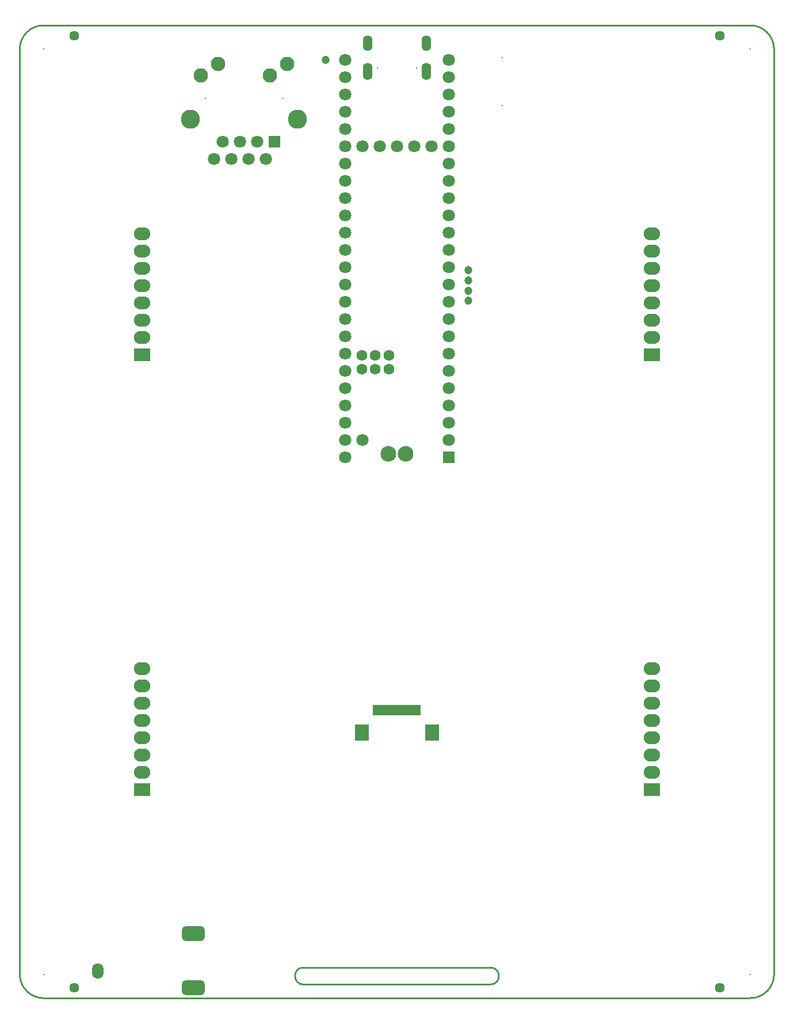
<source format=gbs>
G04*
G04 #@! TF.GenerationSoftware,Altium Limited,Altium Designer,22.2.1 (43)*
G04*
G04 Layer_Color=16711935*
%FSLAX44Y44*%
%MOMM*%
G71*
G04*
G04 #@! TF.SameCoordinates,1638434B-95A0-431D-8215-D8E3F3AE7B07*
G04*
G04*
G04 #@! TF.FilePolarity,Negative*
G04*
G01*
G75*
%ADD10C,0.2540*%
%ADD85C,2.3032*%
%ADD86C,1.6032*%
%ADD87C,1.8032*%
%ADD88R,1.8032X1.8032*%
%ADD89C,1.2032*%
%ADD90O,2.4032X1.9032*%
%ADD91R,2.4032X1.9032*%
%ADD92C,1.4480*%
%ADD93C,0.2032*%
%ADD94O,1.4032X2.3032*%
%ADD95O,1.4032X2.5032*%
%ADD96O,1.7032X2.3032*%
%ADD97C,2.8032*%
%ADD98C,2.1032*%
G04:AMPARAMS|DCode=99|XSize=2.2032mm|YSize=3.4032mm|CornerRadius=0.6016mm|HoleSize=0mm|Usage=FLASHONLY|Rotation=270.000|XOffset=0mm|YOffset=0mm|HoleType=Round|Shape=RoundedRectangle|*
%AMROUNDEDRECTD99*
21,1,2.2032,2.2000,0,0,270.0*
21,1,1.0000,3.4032,0,0,270.0*
1,1,1.2032,-1.1000,-0.5000*
1,1,1.2032,-1.1000,0.5000*
1,1,1.2032,1.1000,0.5000*
1,1,1.2032,1.1000,-0.5000*
%
%ADD99ROUNDEDRECTD99*%
%ADD120R,0.5032X1.5032*%
%ADD121R,2.0032X2.4032*%
D10*
X137500Y-695000D02*
G03*
X137500Y-670000I0J12500D01*
G01*
X-137500D02*
G03*
X-137500Y-695000I0J-12500D01*
G01*
X520000Y-715000D02*
G03*
X555000Y-680000I0J35000D01*
G01*
Y680000D02*
G03*
X520000Y715000I-35000J0D01*
G01*
X-520000D02*
G03*
X-555000Y680000I0J-35000D01*
G01*
Y-680000D02*
G03*
X-520000Y-715000I35000J0D01*
G01*
X-137500Y-695000D02*
X137500Y-695000D01*
X-137500Y-670000D02*
X137500Y-670000D01*
X555000Y-680000D02*
X555000Y680000D01*
X0Y-715000D02*
X520000D01*
X0Y715000D02*
X520000D01*
X-520000D02*
X0D01*
X-520000Y-715000D02*
X0D01*
X-555000Y680000D02*
X-555000Y-680000D01*
D85*
X12700Y85300D02*
D03*
X-12700D02*
D03*
D86*
X-11700Y209900D02*
D03*
X-31700D02*
D03*
X-51700D02*
D03*
X-11700Y229900D02*
D03*
X-31700D02*
D03*
X-51700D02*
D03*
D87*
X-50800Y105600D02*
D03*
X50800Y537400D02*
D03*
X25400D02*
D03*
X0D02*
D03*
X-50800D02*
D03*
X-25400D02*
D03*
X-76200Y410400D02*
D03*
Y385000D02*
D03*
Y359600D02*
D03*
Y334200D02*
D03*
Y308800D02*
D03*
Y283400D02*
D03*
Y258000D02*
D03*
Y232600D02*
D03*
Y207200D02*
D03*
Y181800D02*
D03*
Y156400D02*
D03*
Y131000D02*
D03*
Y105600D02*
D03*
Y80200D02*
D03*
X76200Y410400D02*
D03*
Y385000D02*
D03*
Y359600D02*
D03*
Y334200D02*
D03*
Y308800D02*
D03*
Y283400D02*
D03*
Y258000D02*
D03*
Y232600D02*
D03*
Y207200D02*
D03*
Y181800D02*
D03*
Y156400D02*
D03*
Y131000D02*
D03*
Y105600D02*
D03*
Y435800D02*
D03*
Y461200D02*
D03*
Y486600D02*
D03*
Y512000D02*
D03*
Y537400D02*
D03*
Y562800D02*
D03*
Y588200D02*
D03*
Y613600D02*
D03*
Y639000D02*
D03*
Y664400D02*
D03*
X-76200D02*
D03*
Y639000D02*
D03*
Y613600D02*
D03*
Y588200D02*
D03*
Y562800D02*
D03*
Y537400D02*
D03*
Y512000D02*
D03*
Y486600D02*
D03*
Y461200D02*
D03*
Y435800D02*
D03*
X-205950Y544000D02*
D03*
X-231350D02*
D03*
X-256750D02*
D03*
X-193250Y518600D02*
D03*
X-218650D02*
D03*
X-244050D02*
D03*
X-269450D02*
D03*
D88*
X76200Y80200D02*
D03*
X-180550Y544000D02*
D03*
D89*
X-105000Y664250D02*
D03*
X105000Y355000D02*
D03*
Y340000D02*
D03*
Y310000D02*
D03*
Y325000D02*
D03*
D90*
X375000Y-281900D02*
D03*
Y-307300D02*
D03*
Y-332700D02*
D03*
Y-358100D02*
D03*
Y-383500D02*
D03*
Y-231100D02*
D03*
Y-256500D02*
D03*
Y358100D02*
D03*
Y332700D02*
D03*
Y307300D02*
D03*
Y281900D02*
D03*
Y256500D02*
D03*
Y408900D02*
D03*
Y383500D02*
D03*
X-375000Y-256500D02*
D03*
Y-231100D02*
D03*
Y-383500D02*
D03*
Y-358100D02*
D03*
Y-332700D02*
D03*
Y-307300D02*
D03*
Y-281900D02*
D03*
Y358100D02*
D03*
Y332700D02*
D03*
Y307300D02*
D03*
Y281900D02*
D03*
Y256500D02*
D03*
Y408900D02*
D03*
Y383500D02*
D03*
D91*
X375000Y-408900D02*
D03*
Y231100D02*
D03*
X-375000Y-408900D02*
D03*
Y231100D02*
D03*
D92*
X-475000Y700000D02*
D03*
X475000D02*
D03*
X-475000Y-700000D02*
D03*
X475000D02*
D03*
D93*
X-28900Y652200D02*
D03*
X28900D02*
D03*
X-282150Y607500D02*
D03*
X-167850D02*
D03*
X155000Y667500D02*
D03*
Y597500D02*
D03*
X520000Y680000D02*
D03*
X-520000D02*
D03*
X520000Y-680000D02*
D03*
X-520000D02*
D03*
D94*
X43200Y689000D02*
D03*
X-43200D02*
D03*
D95*
X43200Y647200D02*
D03*
X-43200D02*
D03*
D96*
X-440000Y-675000D02*
D03*
D97*
X-303750Y577000D02*
D03*
X-146250D02*
D03*
D98*
X-161750Y658300D02*
D03*
X-187150Y641300D02*
D03*
X-262850Y658300D02*
D03*
X-288250Y641300D02*
D03*
D99*
X-300000Y-620500D02*
D03*
Y-699500D02*
D03*
D120*
X-27500Y-292000D02*
D03*
X-22500D02*
D03*
X-12500D02*
D03*
X-7500D02*
D03*
X-2500D02*
D03*
X2500D02*
D03*
X32500D02*
D03*
X27500D02*
D03*
X22500D02*
D03*
X17500D02*
D03*
X12500D02*
D03*
X7500D02*
D03*
X-32500D02*
D03*
X-17500D02*
D03*
D121*
X51500Y-324500D02*
D03*
X-51500D02*
D03*
M02*

</source>
